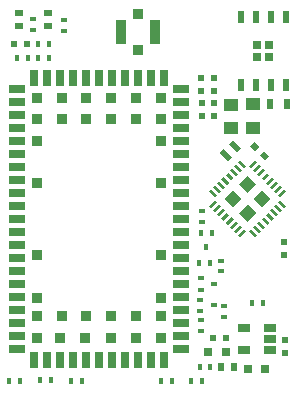
<source format=gbr>
G04 #@! TF.FileFunction,Paste,Top*
%FSLAX46Y46*%
G04 Gerber Fmt 4.6, Leading zero omitted, Abs format (unit mm)*
G04 Created by KiCad (PCBNEW 4.0.6) date 01/21/18 22:34:32*
%MOMM*%
%LPD*%
G01*
G04 APERTURE LIST*
%ADD10C,0.100000*%
%ADD11R,0.600000X0.500000*%
%ADD12R,0.500000X0.600000*%
%ADD13R,1.347600X0.647600*%
%ADD14R,0.647600X1.347600*%
%ADD15R,0.947600X0.947600*%
%ADD16R,0.500000X0.900000*%
%ADD17R,0.400000X0.600000*%
%ADD18R,0.847600X0.897600*%
%ADD19R,0.897600X2.047600*%
%ADD20R,0.700000X0.600000*%
%ADD21R,0.600000X0.400000*%
%ADD22R,0.700000X0.700000*%
%ADD23R,0.500000X1.100000*%
%ADD24R,0.600000X0.700000*%
%ADD25R,1.060000X0.650000*%
%ADD26R,1.250000X1.000000*%
%ADD27R,0.533400X0.300000*%
%ADD28R,0.800000X0.750000*%
%ADD29R,0.300000X0.533400*%
G04 APERTURE END LIST*
D10*
D11*
X151076840Y-114589560D03*
X149976840Y-114589560D03*
D12*
X156057600Y-106485600D03*
X156057600Y-107585600D03*
D10*
G36*
X153728895Y-105887951D02*
X153552118Y-106064728D01*
X153057143Y-105569753D01*
X153233920Y-105392976D01*
X153728895Y-105887951D01*
X153728895Y-105887951D01*
G37*
G36*
X154082449Y-105534398D02*
X153905672Y-105711175D01*
X153410697Y-105216200D01*
X153587474Y-105039423D01*
X154082449Y-105534398D01*
X154082449Y-105534398D01*
G37*
G36*
X154436002Y-105180844D02*
X154259225Y-105357621D01*
X153764250Y-104862646D01*
X153941027Y-104685869D01*
X154436002Y-105180844D01*
X154436002Y-105180844D01*
G37*
G36*
X154789556Y-104827291D02*
X154612779Y-105004068D01*
X154117804Y-104509093D01*
X154294581Y-104332316D01*
X154789556Y-104827291D01*
X154789556Y-104827291D01*
G37*
G36*
X155143109Y-104473738D02*
X154966332Y-104650515D01*
X154471357Y-104155540D01*
X154648134Y-103978763D01*
X155143109Y-104473738D01*
X155143109Y-104473738D01*
G37*
G36*
X155496662Y-104120184D02*
X155319885Y-104296961D01*
X154824910Y-103801986D01*
X155001687Y-103625209D01*
X155496662Y-104120184D01*
X155496662Y-104120184D01*
G37*
G36*
X155850216Y-103766631D02*
X155673439Y-103943408D01*
X155178464Y-103448433D01*
X155355241Y-103271656D01*
X155850216Y-103766631D01*
X155850216Y-103766631D01*
G37*
G36*
X156203769Y-103413077D02*
X156026992Y-103589854D01*
X155532017Y-103094879D01*
X155708794Y-102918102D01*
X156203769Y-103413077D01*
X156203769Y-103413077D01*
G37*
G36*
X156026992Y-101998864D02*
X156203769Y-102175641D01*
X155708794Y-102670616D01*
X155532017Y-102493839D01*
X156026992Y-101998864D01*
X156026992Y-101998864D01*
G37*
G36*
X155673439Y-101645310D02*
X155850216Y-101822087D01*
X155355241Y-102317062D01*
X155178464Y-102140285D01*
X155673439Y-101645310D01*
X155673439Y-101645310D01*
G37*
G36*
X155319885Y-101291757D02*
X155496662Y-101468534D01*
X155001687Y-101963509D01*
X154824910Y-101786732D01*
X155319885Y-101291757D01*
X155319885Y-101291757D01*
G37*
G36*
X154966332Y-100938203D02*
X155143109Y-101114980D01*
X154648134Y-101609955D01*
X154471357Y-101433178D01*
X154966332Y-100938203D01*
X154966332Y-100938203D01*
G37*
G36*
X154612779Y-100584650D02*
X154789556Y-100761427D01*
X154294581Y-101256402D01*
X154117804Y-101079625D01*
X154612779Y-100584650D01*
X154612779Y-100584650D01*
G37*
G36*
X154259225Y-100231097D02*
X154436002Y-100407874D01*
X153941027Y-100902849D01*
X153764250Y-100726072D01*
X154259225Y-100231097D01*
X154259225Y-100231097D01*
G37*
G36*
X153905672Y-99877543D02*
X154082449Y-100054320D01*
X153587474Y-100549295D01*
X153410697Y-100372518D01*
X153905672Y-99877543D01*
X153905672Y-99877543D01*
G37*
G36*
X153552118Y-99523990D02*
X153728895Y-99700767D01*
X153233920Y-100195742D01*
X153057143Y-100018965D01*
X153552118Y-99523990D01*
X153552118Y-99523990D01*
G37*
G36*
X152809657Y-100018965D02*
X152632880Y-100195742D01*
X152137905Y-99700767D01*
X152314682Y-99523990D01*
X152809657Y-100018965D01*
X152809657Y-100018965D01*
G37*
G36*
X152456103Y-100372518D02*
X152279326Y-100549295D01*
X151784351Y-100054320D01*
X151961128Y-99877543D01*
X152456103Y-100372518D01*
X152456103Y-100372518D01*
G37*
G36*
X152102550Y-100726072D02*
X151925773Y-100902849D01*
X151430798Y-100407874D01*
X151607575Y-100231097D01*
X152102550Y-100726072D01*
X152102550Y-100726072D01*
G37*
G36*
X151748996Y-101079625D02*
X151572219Y-101256402D01*
X151077244Y-100761427D01*
X151254021Y-100584650D01*
X151748996Y-101079625D01*
X151748996Y-101079625D01*
G37*
G36*
X151395443Y-101433178D02*
X151218666Y-101609955D01*
X150723691Y-101114980D01*
X150900468Y-100938203D01*
X151395443Y-101433178D01*
X151395443Y-101433178D01*
G37*
G36*
X151041890Y-101786732D02*
X150865113Y-101963509D01*
X150370138Y-101468534D01*
X150546915Y-101291757D01*
X151041890Y-101786732D01*
X151041890Y-101786732D01*
G37*
G36*
X150688336Y-102140285D02*
X150511559Y-102317062D01*
X150016584Y-101822087D01*
X150193361Y-101645310D01*
X150688336Y-102140285D01*
X150688336Y-102140285D01*
G37*
G36*
X150334783Y-102493839D02*
X150158006Y-102670616D01*
X149663031Y-102175641D01*
X149839808Y-101998864D01*
X150334783Y-102493839D01*
X150334783Y-102493839D01*
G37*
G36*
X150158006Y-102918102D02*
X150334783Y-103094879D01*
X149839808Y-103589854D01*
X149663031Y-103413077D01*
X150158006Y-102918102D01*
X150158006Y-102918102D01*
G37*
G36*
X150511559Y-103271656D02*
X150688336Y-103448433D01*
X150193361Y-103943408D01*
X150016584Y-103766631D01*
X150511559Y-103271656D01*
X150511559Y-103271656D01*
G37*
G36*
X150865113Y-103625209D02*
X151041890Y-103801986D01*
X150546915Y-104296961D01*
X150370138Y-104120184D01*
X150865113Y-103625209D01*
X150865113Y-103625209D01*
G37*
G36*
X151218666Y-103978763D02*
X151395443Y-104155540D01*
X150900468Y-104650515D01*
X150723691Y-104473738D01*
X151218666Y-103978763D01*
X151218666Y-103978763D01*
G37*
G36*
X151572219Y-104332316D02*
X151748996Y-104509093D01*
X151254021Y-105004068D01*
X151077244Y-104827291D01*
X151572219Y-104332316D01*
X151572219Y-104332316D01*
G37*
G36*
X151925773Y-104685869D02*
X152102550Y-104862646D01*
X151607575Y-105357621D01*
X151430798Y-105180844D01*
X151925773Y-104685869D01*
X151925773Y-104685869D01*
G37*
G36*
X152279326Y-105039423D02*
X152456103Y-105216200D01*
X151961128Y-105711175D01*
X151784351Y-105534398D01*
X152279326Y-105039423D01*
X152279326Y-105039423D01*
G37*
G36*
X152632880Y-105392976D02*
X152809657Y-105569753D01*
X152314682Y-106064728D01*
X152137905Y-105887951D01*
X152632880Y-105392976D01*
X152632880Y-105392976D01*
G37*
G36*
X153665256Y-101574600D02*
X152933400Y-102306456D01*
X152201544Y-101574600D01*
X152933400Y-100842744D01*
X153665256Y-101574600D01*
X153665256Y-101574600D01*
G37*
G36*
X152445497Y-102794359D02*
X151713641Y-103526215D01*
X150981785Y-102794359D01*
X151713641Y-102062503D01*
X152445497Y-102794359D01*
X152445497Y-102794359D01*
G37*
G36*
X154885015Y-102794359D02*
X154153159Y-103526215D01*
X153421303Y-102794359D01*
X154153159Y-102062503D01*
X154885015Y-102794359D01*
X154885015Y-102794359D01*
G37*
G36*
X153665256Y-104014118D02*
X152933400Y-104745974D01*
X152201544Y-104014118D01*
X152933400Y-103282262D01*
X153665256Y-104014118D01*
X153665256Y-104014118D01*
G37*
D13*
X133385000Y-93521000D03*
X133385000Y-94621000D03*
X133385000Y-95721000D03*
X133385000Y-96821000D03*
X133385000Y-97921000D03*
X133385000Y-99021000D03*
X133385000Y-100121000D03*
X133385000Y-101221000D03*
X133385000Y-102321000D03*
X133385000Y-103421000D03*
X133385000Y-104521000D03*
X133385000Y-105621000D03*
X133385000Y-106721000D03*
X133385000Y-107821000D03*
X133385000Y-108921000D03*
X133385000Y-110021000D03*
X133385000Y-111121000D03*
X133385000Y-112221000D03*
X133385000Y-113321000D03*
X133385000Y-114421000D03*
X133385000Y-115521000D03*
D14*
X134835000Y-116471000D03*
X135935000Y-116471000D03*
X137035000Y-116471000D03*
X138135000Y-116471000D03*
X139235000Y-116471000D03*
X140335000Y-116471000D03*
X141435000Y-116471000D03*
X142535000Y-116471000D03*
X143635000Y-116471000D03*
X144735000Y-116471000D03*
X145835000Y-116471000D03*
D13*
X147285000Y-115521000D03*
X147285000Y-114421000D03*
X147285000Y-113321000D03*
X147285000Y-112221000D03*
X147285000Y-111121000D03*
X147285000Y-110021000D03*
X147285000Y-108921000D03*
X147285000Y-107821000D03*
X147285000Y-106721000D03*
X147285000Y-105621000D03*
X147285000Y-104521000D03*
X147285000Y-103421000D03*
X147285000Y-102321000D03*
X147285000Y-101221000D03*
X147285000Y-100121000D03*
X147285000Y-99021000D03*
X147285000Y-97921000D03*
X147285000Y-96821000D03*
X147285000Y-95721000D03*
X147285000Y-94621000D03*
X147285000Y-93521000D03*
D14*
X145835000Y-92571000D03*
X144735000Y-92571000D03*
X143635000Y-92571000D03*
X142535000Y-92571000D03*
X141435000Y-92571000D03*
X140335000Y-92571000D03*
X139235000Y-92571000D03*
X138135000Y-92571000D03*
X137035000Y-92571000D03*
X135935000Y-92571000D03*
X134835000Y-92571000D03*
D15*
X135085000Y-94271000D03*
X137185000Y-94271000D03*
X139285000Y-94271000D03*
X141385000Y-94271000D03*
X143485000Y-94271000D03*
X145585000Y-94271000D03*
X135085000Y-96071000D03*
X137185000Y-96071000D03*
X139285000Y-96071000D03*
X141385000Y-96071000D03*
X143485000Y-96071000D03*
X145585000Y-96071000D03*
X135085000Y-97871000D03*
X145585000Y-97871000D03*
X135085000Y-101471000D03*
X145585000Y-101471000D03*
X135085000Y-107571000D03*
X145585000Y-107571000D03*
X135085000Y-111171000D03*
X145585000Y-111171000D03*
X135085000Y-112771000D03*
X137185000Y-112771000D03*
X139285000Y-112771000D03*
X141385000Y-112771000D03*
X143485000Y-112771000D03*
X145585000Y-112771000D03*
X135085000Y-114571000D03*
X137035000Y-114571000D03*
X139185000Y-114571000D03*
X141385000Y-114571000D03*
X143485000Y-114571000D03*
X145585000Y-114571000D03*
D16*
X156305380Y-94782640D03*
X154805380Y-94782640D03*
D17*
X138912600Y-118211600D03*
X138012600Y-118211600D03*
X135186000Y-90868500D03*
X136086000Y-90868500D03*
X135186000Y-89725500D03*
X136086000Y-89725500D03*
X133408000Y-90868500D03*
X134308000Y-90868500D03*
D11*
X134281000Y-89725500D03*
X133181000Y-89725500D03*
D18*
X143662400Y-90221800D03*
D19*
X145137400Y-88696800D03*
D18*
X143662400Y-87171800D03*
D19*
X142187400Y-88696800D03*
D12*
X149021800Y-93691800D03*
X149021800Y-92591800D03*
X150114000Y-94674600D03*
X150114000Y-95774600D03*
X149047200Y-94674600D03*
X149047200Y-95774600D03*
X150114000Y-93691800D03*
X150114000Y-92591800D03*
D20*
X133593840Y-87114380D03*
X133593840Y-88214380D03*
X136070340Y-87063400D03*
X136070340Y-88163400D03*
D21*
X134749540Y-88491060D03*
X134749540Y-87591060D03*
D17*
X149725800Y-108204000D03*
X148825800Y-108204000D03*
D21*
X148971000Y-113969800D03*
X148971000Y-113069800D03*
D17*
X133673000Y-118237000D03*
X132773000Y-118237000D03*
D21*
X137358120Y-88562180D03*
X137358120Y-87662180D03*
D22*
X153741500Y-90797000D03*
D23*
X152336500Y-93197000D03*
X153606500Y-93197000D03*
X154876500Y-93197000D03*
X156146500Y-93197000D03*
X156146500Y-87397000D03*
X154876500Y-87397000D03*
X153606500Y-87397000D03*
X152336500Y-87397000D03*
D22*
X153741500Y-89797000D03*
X154741500Y-90797000D03*
X154741500Y-89797000D03*
D21*
X150723600Y-108958800D03*
X150723600Y-108058800D03*
X150901400Y-111894200D03*
X150901400Y-112794200D03*
D12*
X156133800Y-115840600D03*
X156133800Y-114740600D03*
D10*
G36*
X154727218Y-99161684D02*
X154373664Y-99515238D01*
X153949400Y-99090974D01*
X154302954Y-98737420D01*
X154727218Y-99161684D01*
X154727218Y-99161684D01*
G37*
G36*
X153949400Y-98383866D02*
X153595846Y-98737420D01*
X153171582Y-98313156D01*
X153525136Y-97959602D01*
X153949400Y-98383866D01*
X153949400Y-98383866D01*
G37*
D24*
X151781600Y-117068600D03*
X150681600Y-117068600D03*
D17*
X136263800Y-118186200D03*
X135363800Y-118186200D03*
X149776600Y-117068600D03*
X148876600Y-117068600D03*
D25*
X154803200Y-115641200D03*
X154803200Y-114691200D03*
X154803200Y-113741200D03*
X152603200Y-113741200D03*
X152603200Y-115641200D03*
D17*
X146500000Y-118211600D03*
X145600000Y-118211600D03*
X149040000Y-118211600D03*
X148140000Y-118211600D03*
D26*
X151511000Y-94834200D03*
X151511000Y-96834200D03*
X153365200Y-94808800D03*
X153365200Y-96808800D03*
D27*
X148954000Y-110532800D03*
X148954000Y-109532800D03*
X150114000Y-110032800D03*
X148924400Y-112336200D03*
X148924400Y-111336200D03*
X150084400Y-111836200D03*
D28*
X149582440Y-115811300D03*
X151082440Y-115811300D03*
X152946100Y-117195600D03*
X154446100Y-117195600D03*
D29*
X148953600Y-105693600D03*
X149953600Y-105693600D03*
X149453600Y-106853600D03*
D21*
X149047200Y-103829700D03*
X149047200Y-104729700D03*
D17*
X154221600Y-111658400D03*
X153321600Y-111658400D03*
D10*
G36*
X151677123Y-97805770D02*
X152384230Y-98512877D01*
X152030677Y-98866430D01*
X151323570Y-98159323D01*
X151677123Y-97805770D01*
X151677123Y-97805770D01*
G37*
G36*
X150899305Y-98583588D02*
X151606412Y-99290695D01*
X151252859Y-99644248D01*
X150545752Y-98937141D01*
X150899305Y-98583588D01*
X150899305Y-98583588D01*
G37*
M02*

</source>
